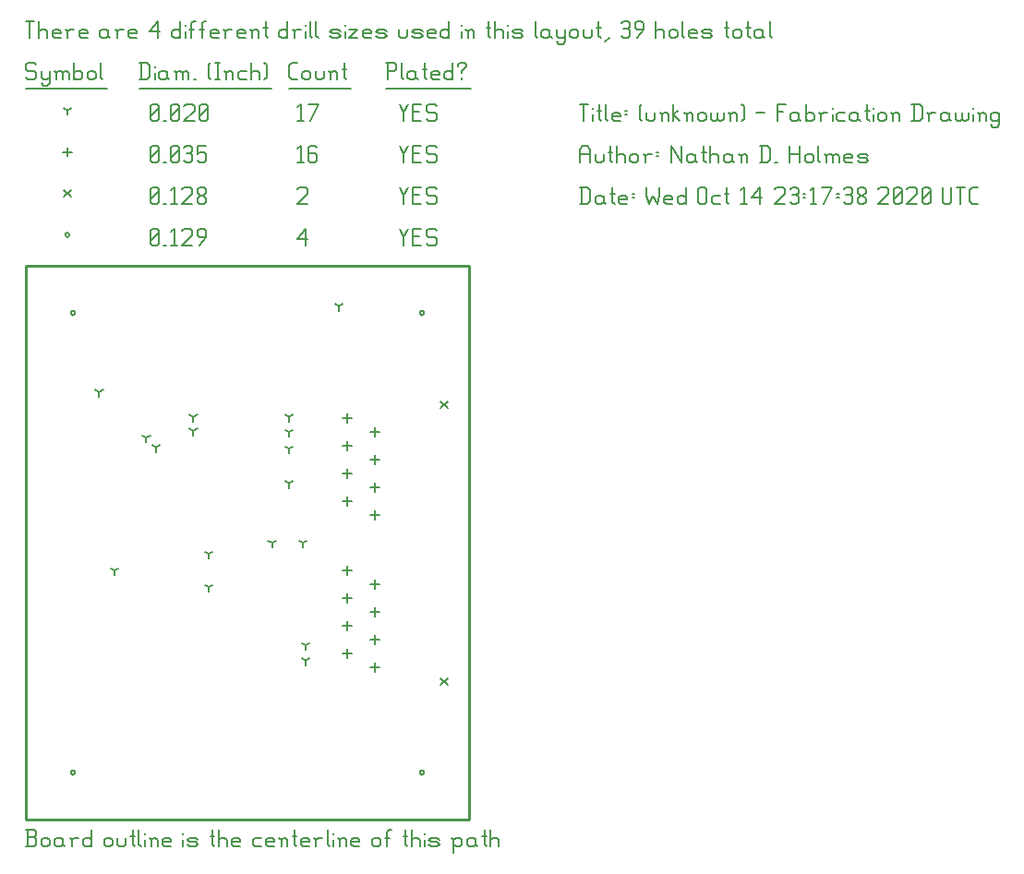
<source format=gbr>
G04 start of page 12 for group -3984 idx -3984 *
G04 Title: (unknown), fab *
G04 Creator: pcb 4.0.2 *
G04 CreationDate: Wed Oct 14 23:17:38 2020 UTC *
G04 For: ndholmes *
G04 Format: Gerber/RS-274X *
G04 PCB-Dimensions (mil): 1600.00 2000.00 *
G04 PCB-Coordinate-Origin: lower left *
%MOIN*%
%FSLAX25Y25*%
%LNFAB*%
%ADD55C,0.0100*%
%ADD54C,0.0075*%
%ADD53C,0.0060*%
%ADD52R,0.0080X0.0080*%
G54D52*X142200Y183000D02*G75*G03X143800Y183000I800J0D01*G01*
G75*G03X142200Y183000I-800J0D01*G01*
X16200D02*G75*G03X17800Y183000I800J0D01*G01*
G75*G03X16200Y183000I-800J0D01*G01*
X142200Y17000D02*G75*G03X143800Y17000I800J0D01*G01*
G75*G03X142200Y17000I-800J0D01*G01*
X16200D02*G75*G03X17800Y17000I800J0D01*G01*
G75*G03X16200Y17000I-800J0D01*G01*
X14200Y211250D02*G75*G03X15800Y211250I800J0D01*G01*
G75*G03X14200Y211250I-800J0D01*G01*
G54D53*X135000Y213500D02*X136500Y210500D01*
X138000Y213500D01*
X136500Y210500D02*Y207500D01*
X139800Y210800D02*X142050D01*
X139800Y207500D02*X142800D01*
X139800Y213500D02*Y207500D01*
Y213500D02*X142800D01*
X147600D02*X148350Y212750D01*
X145350Y213500D02*X147600D01*
X144600Y212750D02*X145350Y213500D01*
X144600Y212750D02*Y211250D01*
X145350Y210500D01*
X147600D01*
X148350Y209750D01*
Y208250D01*
X147600Y207500D02*X148350Y208250D01*
X145350Y207500D02*X147600D01*
X144600Y208250D02*X145350Y207500D01*
X98000Y209750D02*X101000Y213500D01*
X98000Y209750D02*X101750D01*
X101000Y213500D02*Y207500D01*
X45000Y208250D02*X45750Y207500D01*
X45000Y212750D02*Y208250D01*
Y212750D02*X45750Y213500D01*
X47250D01*
X48000Y212750D01*
Y208250D01*
X47250Y207500D02*X48000Y208250D01*
X45750Y207500D02*X47250D01*
X45000Y209000D02*X48000Y212000D01*
X49800Y207500D02*X50550D01*
X52350Y212300D02*X53550Y213500D01*
Y207500D01*
X52350D02*X54600D01*
X56400Y212750D02*X57150Y213500D01*
X59400D01*
X60150Y212750D01*
Y211250D01*
X56400Y207500D02*X60150Y211250D01*
X56400Y207500D02*X60150D01*
X62700D02*X64950Y210500D01*
Y212750D02*Y210500D01*
X64200Y213500D02*X64950Y212750D01*
X62700Y213500D02*X64200D01*
X61950Y212750D02*X62700Y213500D01*
X61950Y212750D02*Y211250D01*
X62700Y210500D01*
X64950D01*
X149800Y51200D02*X152200Y48800D01*
X149800D02*X152200Y51200D01*
X149800Y151200D02*X152200Y148800D01*
X149800D02*X152200Y151200D01*
X13800Y227450D02*X16200Y225050D01*
X13800D02*X16200Y227450D01*
X135000Y228500D02*X136500Y225500D01*
X138000Y228500D01*
X136500Y225500D02*Y222500D01*
X139800Y225800D02*X142050D01*
X139800Y222500D02*X142800D01*
X139800Y228500D02*Y222500D01*
Y228500D02*X142800D01*
X147600D02*X148350Y227750D01*
X145350Y228500D02*X147600D01*
X144600Y227750D02*X145350Y228500D01*
X144600Y227750D02*Y226250D01*
X145350Y225500D01*
X147600D01*
X148350Y224750D01*
Y223250D01*
X147600Y222500D02*X148350Y223250D01*
X145350Y222500D02*X147600D01*
X144600Y223250D02*X145350Y222500D01*
X98000Y227750D02*X98750Y228500D01*
X101000D01*
X101750Y227750D01*
Y226250D01*
X98000Y222500D02*X101750Y226250D01*
X98000Y222500D02*X101750D01*
X45000Y223250D02*X45750Y222500D01*
X45000Y227750D02*Y223250D01*
Y227750D02*X45750Y228500D01*
X47250D01*
X48000Y227750D01*
Y223250D01*
X47250Y222500D02*X48000Y223250D01*
X45750Y222500D02*X47250D01*
X45000Y224000D02*X48000Y227000D01*
X49800Y222500D02*X50550D01*
X52350Y227300D02*X53550Y228500D01*
Y222500D01*
X52350D02*X54600D01*
X56400Y227750D02*X57150Y228500D01*
X59400D01*
X60150Y227750D01*
Y226250D01*
X56400Y222500D02*X60150Y226250D01*
X56400Y222500D02*X60150D01*
X61950Y223250D02*X62700Y222500D01*
X61950Y224450D02*Y223250D01*
Y224450D02*X63000Y225500D01*
X63900D01*
X64950Y224450D01*
Y223250D01*
X64200Y222500D02*X64950Y223250D01*
X62700Y222500D02*X64200D01*
X61950Y226550D02*X63000Y225500D01*
X61950Y227750D02*Y226550D01*
Y227750D02*X62700Y228500D01*
X64200D01*
X64950Y227750D01*
Y226550D01*
X63900Y225500D02*X64950Y226550D01*
X126000Y56600D02*Y53400D01*
X124400Y55000D02*X127600D01*
X116000Y61600D02*Y58400D01*
X114400Y60000D02*X117600D01*
X126000Y66600D02*Y63400D01*
X124400Y65000D02*X127600D01*
X116000Y71600D02*Y68400D01*
X114400Y70000D02*X117600D01*
X126000Y76600D02*Y73400D01*
X124400Y75000D02*X127600D01*
X116000Y81600D02*Y78400D01*
X114400Y80000D02*X117600D01*
X126000Y86600D02*Y83400D01*
X124400Y85000D02*X127600D01*
X116000Y91600D02*Y88400D01*
X114400Y90000D02*X117600D01*
X126000Y111600D02*Y108400D01*
X124400Y110000D02*X127600D01*
X116000Y116600D02*Y113400D01*
X114400Y115000D02*X117600D01*
X126000Y121600D02*Y118400D01*
X124400Y120000D02*X127600D01*
X116000Y126600D02*Y123400D01*
X114400Y125000D02*X117600D01*
X126000Y131600D02*Y128400D01*
X124400Y130000D02*X127600D01*
X116000Y136600D02*Y133400D01*
X114400Y135000D02*X117600D01*
X126000Y141600D02*Y138400D01*
X124400Y140000D02*X127600D01*
X116000Y146600D02*Y143400D01*
X114400Y145000D02*X117600D01*
X15000Y242850D02*Y239650D01*
X13400Y241250D02*X16600D01*
X135000Y243500D02*X136500Y240500D01*
X138000Y243500D01*
X136500Y240500D02*Y237500D01*
X139800Y240800D02*X142050D01*
X139800Y237500D02*X142800D01*
X139800Y243500D02*Y237500D01*
Y243500D02*X142800D01*
X147600D02*X148350Y242750D01*
X145350Y243500D02*X147600D01*
X144600Y242750D02*X145350Y243500D01*
X144600Y242750D02*Y241250D01*
X145350Y240500D01*
X147600D01*
X148350Y239750D01*
Y238250D01*
X147600Y237500D02*X148350Y238250D01*
X145350Y237500D02*X147600D01*
X144600Y238250D02*X145350Y237500D01*
X98000Y242300D02*X99200Y243500D01*
Y237500D01*
X98000D02*X100250D01*
X104300Y243500D02*X105050Y242750D01*
X102800Y243500D02*X104300D01*
X102050Y242750D02*X102800Y243500D01*
X102050Y242750D02*Y238250D01*
X102800Y237500D01*
X104300Y240800D02*X105050Y240050D01*
X102050Y240800D02*X104300D01*
X102800Y237500D02*X104300D01*
X105050Y238250D01*
Y240050D02*Y238250D01*
X45000D02*X45750Y237500D01*
X45000Y242750D02*Y238250D01*
Y242750D02*X45750Y243500D01*
X47250D01*
X48000Y242750D01*
Y238250D01*
X47250Y237500D02*X48000Y238250D01*
X45750Y237500D02*X47250D01*
X45000Y239000D02*X48000Y242000D01*
X49800Y237500D02*X50550D01*
X52350Y238250D02*X53100Y237500D01*
X52350Y242750D02*Y238250D01*
Y242750D02*X53100Y243500D01*
X54600D01*
X55350Y242750D01*
Y238250D01*
X54600Y237500D02*X55350Y238250D01*
X53100Y237500D02*X54600D01*
X52350Y239000D02*X55350Y242000D01*
X57150Y242750D02*X57900Y243500D01*
X59400D01*
X60150Y242750D01*
X59400Y237500D02*X60150Y238250D01*
X57900Y237500D02*X59400D01*
X57150Y238250D02*X57900Y237500D01*
Y240800D02*X59400D01*
X60150Y242750D02*Y241550D01*
Y240050D02*Y238250D01*
Y240050D02*X59400Y240800D01*
X60150Y241550D02*X59400Y240800D01*
X61950Y243500D02*X64950D01*
X61950D02*Y240500D01*
X62700Y241250D01*
X64200D01*
X64950Y240500D01*
Y238250D01*
X64200Y237500D02*X64950Y238250D01*
X62700Y237500D02*X64200D01*
X61950Y238250D02*X62700Y237500D01*
X26500Y154500D02*Y152900D01*
Y154500D02*X27887Y155300D01*
X26500Y154500D02*X25113Y155300D01*
X66000Y96000D02*Y94400D01*
Y96000D02*X67387Y96800D01*
X66000Y96000D02*X64613Y96800D01*
X66000Y84000D02*Y82400D01*
Y84000D02*X67387Y84800D01*
X66000Y84000D02*X64613Y84800D01*
X95000Y121500D02*Y119900D01*
Y121500D02*X96387Y122300D01*
X95000Y121500D02*X93613Y122300D01*
X95000Y134000D02*Y132400D01*
Y134000D02*X96387Y134800D01*
X95000Y134000D02*X93613Y134800D01*
X100000Y100000D02*Y98400D01*
Y100000D02*X101387Y100800D01*
X100000Y100000D02*X98613Y100800D01*
X88900Y100000D02*Y98400D01*
Y100000D02*X90287Y100800D01*
X88900Y100000D02*X87513Y100800D01*
X95000Y145500D02*Y143900D01*
Y145500D02*X96387Y146300D01*
X95000Y145500D02*X93613Y146300D01*
X95000Y140000D02*Y138400D01*
Y140000D02*X96387Y140800D01*
X95000Y140000D02*X93613Y140800D01*
X60500Y140500D02*Y138900D01*
Y140500D02*X61887Y141300D01*
X60500Y140500D02*X59113Y141300D01*
X60500Y145500D02*Y143900D01*
Y145500D02*X61887Y146300D01*
X60500Y145500D02*X59113Y146300D01*
X32000Y90000D02*Y88400D01*
Y90000D02*X33387Y90800D01*
X32000Y90000D02*X30613Y90800D01*
X47000Y134500D02*Y132900D01*
Y134500D02*X48387Y135300D01*
X47000Y134500D02*X45613Y135300D01*
X43500Y138000D02*Y136400D01*
Y138000D02*X44887Y138800D01*
X43500Y138000D02*X42113Y138800D01*
X113000Y185500D02*Y183900D01*
Y185500D02*X114387Y186300D01*
X113000Y185500D02*X111613Y186300D01*
X101000Y63000D02*Y61400D01*
Y63000D02*X102387Y63800D01*
X101000Y63000D02*X99613Y63800D01*
X101000Y57500D02*Y55900D01*
Y57500D02*X102387Y58300D01*
X101000Y57500D02*X99613Y58300D01*
X15000Y256250D02*Y254650D01*
Y256250D02*X16387Y257050D01*
X15000Y256250D02*X13613Y257050D01*
X135000Y258500D02*X136500Y255500D01*
X138000Y258500D01*
X136500Y255500D02*Y252500D01*
X139800Y255800D02*X142050D01*
X139800Y252500D02*X142800D01*
X139800Y258500D02*Y252500D01*
Y258500D02*X142800D01*
X147600D02*X148350Y257750D01*
X145350Y258500D02*X147600D01*
X144600Y257750D02*X145350Y258500D01*
X144600Y257750D02*Y256250D01*
X145350Y255500D01*
X147600D01*
X148350Y254750D01*
Y253250D01*
X147600Y252500D02*X148350Y253250D01*
X145350Y252500D02*X147600D01*
X144600Y253250D02*X145350Y252500D01*
X98000Y257300D02*X99200Y258500D01*
Y252500D01*
X98000D02*X100250D01*
X102800D02*X105800Y258500D01*
X102050D02*X105800D01*
X45000Y253250D02*X45750Y252500D01*
X45000Y257750D02*Y253250D01*
Y257750D02*X45750Y258500D01*
X47250D01*
X48000Y257750D01*
Y253250D01*
X47250Y252500D02*X48000Y253250D01*
X45750Y252500D02*X47250D01*
X45000Y254000D02*X48000Y257000D01*
X49800Y252500D02*X50550D01*
X52350Y253250D02*X53100Y252500D01*
X52350Y257750D02*Y253250D01*
Y257750D02*X53100Y258500D01*
X54600D01*
X55350Y257750D01*
Y253250D01*
X54600Y252500D02*X55350Y253250D01*
X53100Y252500D02*X54600D01*
X52350Y254000D02*X55350Y257000D01*
X57150Y257750D02*X57900Y258500D01*
X60150D01*
X60900Y257750D01*
Y256250D01*
X57150Y252500D02*X60900Y256250D01*
X57150Y252500D02*X60900D01*
X62700Y253250D02*X63450Y252500D01*
X62700Y257750D02*Y253250D01*
Y257750D02*X63450Y258500D01*
X64950D01*
X65700Y257750D01*
Y253250D01*
X64950Y252500D02*X65700Y253250D01*
X63450Y252500D02*X64950D01*
X62700Y254000D02*X65700Y257000D01*
X3000Y273500D02*X3750Y272750D01*
X750Y273500D02*X3000D01*
X0Y272750D02*X750Y273500D01*
X0Y272750D02*Y271250D01*
X750Y270500D01*
X3000D01*
X3750Y269750D01*
Y268250D01*
X3000Y267500D02*X3750Y268250D01*
X750Y267500D02*X3000D01*
X0Y268250D02*X750Y267500D01*
X5550Y270500D02*Y268250D01*
X6300Y267500D01*
X8550Y270500D02*Y266000D01*
X7800Y265250D02*X8550Y266000D01*
X6300Y265250D02*X7800D01*
X5550Y266000D02*X6300Y265250D01*
Y267500D02*X7800D01*
X8550Y268250D01*
X11100Y269750D02*Y267500D01*
Y269750D02*X11850Y270500D01*
X12600D01*
X13350Y269750D01*
Y267500D01*
Y269750D02*X14100Y270500D01*
X14850D01*
X15600Y269750D01*
Y267500D01*
X10350Y270500D02*X11100Y269750D01*
X17400Y273500D02*Y267500D01*
Y268250D02*X18150Y267500D01*
X19650D01*
X20400Y268250D01*
Y269750D02*Y268250D01*
X19650Y270500D02*X20400Y269750D01*
X18150Y270500D02*X19650D01*
X17400Y269750D02*X18150Y270500D01*
X22200Y269750D02*Y268250D01*
Y269750D02*X22950Y270500D01*
X24450D01*
X25200Y269750D01*
Y268250D01*
X24450Y267500D02*X25200Y268250D01*
X22950Y267500D02*X24450D01*
X22200Y268250D02*X22950Y267500D01*
X27000Y273500D02*Y268250D01*
X27750Y267500D01*
X0Y264250D02*X29250D01*
X41750Y273500D02*Y267500D01*
X43700Y273500D02*X44750Y272450D01*
Y268550D01*
X43700Y267500D02*X44750Y268550D01*
X41000Y267500D02*X43700D01*
X41000Y273500D02*X43700D01*
G54D54*X46550Y272000D02*Y271850D01*
G54D53*Y269750D02*Y267500D01*
X50300Y270500D02*X51050Y269750D01*
X48800Y270500D02*X50300D01*
X48050Y269750D02*X48800Y270500D01*
X48050Y269750D02*Y268250D01*
X48800Y267500D01*
X51050Y270500D02*Y268250D01*
X51800Y267500D01*
X48800D02*X50300D01*
X51050Y268250D01*
X54350Y269750D02*Y267500D01*
Y269750D02*X55100Y270500D01*
X55850D01*
X56600Y269750D01*
Y267500D01*
Y269750D02*X57350Y270500D01*
X58100D01*
X58850Y269750D01*
Y267500D01*
X53600Y270500D02*X54350Y269750D01*
X60650Y267500D02*X61400D01*
X65900Y268250D02*X66650Y267500D01*
X65900Y272750D02*X66650Y273500D01*
X65900Y272750D02*Y268250D01*
X68450Y273500D02*X69950D01*
X69200D02*Y267500D01*
X68450D02*X69950D01*
X72500Y269750D02*Y267500D01*
Y269750D02*X73250Y270500D01*
X74000D01*
X74750Y269750D01*
Y267500D01*
X71750Y270500D02*X72500Y269750D01*
X77300Y270500D02*X79550D01*
X76550Y269750D02*X77300Y270500D01*
X76550Y269750D02*Y268250D01*
X77300Y267500D01*
X79550D01*
X81350Y273500D02*Y267500D01*
Y269750D02*X82100Y270500D01*
X83600D01*
X84350Y269750D01*
Y267500D01*
X86150Y273500D02*X86900Y272750D01*
Y268250D01*
X86150Y267500D02*X86900Y268250D01*
X41000Y264250D02*X88700D01*
X96050Y267500D02*X98000D01*
X95000Y268550D02*X96050Y267500D01*
X95000Y272450D02*Y268550D01*
Y272450D02*X96050Y273500D01*
X98000D01*
X99800Y269750D02*Y268250D01*
Y269750D02*X100550Y270500D01*
X102050D01*
X102800Y269750D01*
Y268250D01*
X102050Y267500D02*X102800Y268250D01*
X100550Y267500D02*X102050D01*
X99800Y268250D02*X100550Y267500D01*
X104600Y270500D02*Y268250D01*
X105350Y267500D01*
X106850D01*
X107600Y268250D01*
Y270500D02*Y268250D01*
X110150Y269750D02*Y267500D01*
Y269750D02*X110900Y270500D01*
X111650D01*
X112400Y269750D01*
Y267500D01*
X109400Y270500D02*X110150Y269750D01*
X114950Y273500D02*Y268250D01*
X115700Y267500D01*
X114200Y271250D02*X115700D01*
X95000Y264250D02*X117200D01*
X130750Y273500D02*Y267500D01*
X130000Y273500D02*X133000D01*
X133750Y272750D01*
Y271250D01*
X133000Y270500D02*X133750Y271250D01*
X130750Y270500D02*X133000D01*
X135550Y273500D02*Y268250D01*
X136300Y267500D01*
X140050Y270500D02*X140800Y269750D01*
X138550Y270500D02*X140050D01*
X137800Y269750D02*X138550Y270500D01*
X137800Y269750D02*Y268250D01*
X138550Y267500D01*
X140800Y270500D02*Y268250D01*
X141550Y267500D01*
X138550D02*X140050D01*
X140800Y268250D01*
X144100Y273500D02*Y268250D01*
X144850Y267500D01*
X143350Y271250D02*X144850D01*
X147100Y267500D02*X149350D01*
X146350Y268250D02*X147100Y267500D01*
X146350Y269750D02*Y268250D01*
Y269750D02*X147100Y270500D01*
X148600D01*
X149350Y269750D01*
X146350Y269000D02*X149350D01*
Y269750D02*Y269000D01*
X154150Y273500D02*Y267500D01*
X153400D02*X154150Y268250D01*
X151900Y267500D02*X153400D01*
X151150Y268250D02*X151900Y267500D01*
X151150Y269750D02*Y268250D01*
Y269750D02*X151900Y270500D01*
X153400D01*
X154150Y269750D01*
X157450Y270500D02*Y269750D01*
Y268250D02*Y267500D01*
X155950Y272750D02*Y272000D01*
Y272750D02*X156700Y273500D01*
X158200D01*
X158950Y272750D01*
Y272000D01*
X157450Y270500D02*X158950Y272000D01*
X130000Y264250D02*X160750D01*
X0Y288500D02*X3000D01*
X1500D02*Y282500D01*
X4800Y288500D02*Y282500D01*
Y284750D02*X5550Y285500D01*
X7050D01*
X7800Y284750D01*
Y282500D01*
X10350D02*X12600D01*
X9600Y283250D02*X10350Y282500D01*
X9600Y284750D02*Y283250D01*
Y284750D02*X10350Y285500D01*
X11850D01*
X12600Y284750D01*
X9600Y284000D02*X12600D01*
Y284750D02*Y284000D01*
X15150Y284750D02*Y282500D01*
Y284750D02*X15900Y285500D01*
X17400D01*
X14400D02*X15150Y284750D01*
X19950Y282500D02*X22200D01*
X19200Y283250D02*X19950Y282500D01*
X19200Y284750D02*Y283250D01*
Y284750D02*X19950Y285500D01*
X21450D01*
X22200Y284750D01*
X19200Y284000D02*X22200D01*
Y284750D02*Y284000D01*
X28950Y285500D02*X29700Y284750D01*
X27450Y285500D02*X28950D01*
X26700Y284750D02*X27450Y285500D01*
X26700Y284750D02*Y283250D01*
X27450Y282500D01*
X29700Y285500D02*Y283250D01*
X30450Y282500D01*
X27450D02*X28950D01*
X29700Y283250D01*
X33000Y284750D02*Y282500D01*
Y284750D02*X33750Y285500D01*
X35250D01*
X32250D02*X33000Y284750D01*
X37800Y282500D02*X40050D01*
X37050Y283250D02*X37800Y282500D01*
X37050Y284750D02*Y283250D01*
Y284750D02*X37800Y285500D01*
X39300D01*
X40050Y284750D01*
X37050Y284000D02*X40050D01*
Y284750D02*Y284000D01*
X44550Y284750D02*X47550Y288500D01*
X44550Y284750D02*X48300D01*
X47550Y288500D02*Y282500D01*
X55800Y288500D02*Y282500D01*
X55050D02*X55800Y283250D01*
X53550Y282500D02*X55050D01*
X52800Y283250D02*X53550Y282500D01*
X52800Y284750D02*Y283250D01*
Y284750D02*X53550Y285500D01*
X55050D01*
X55800Y284750D01*
G54D54*X57600Y287000D02*Y286850D01*
G54D53*Y284750D02*Y282500D01*
X59850Y287750D02*Y282500D01*
Y287750D02*X60600Y288500D01*
X61350D01*
X59100Y285500D02*X60600D01*
X63600Y287750D02*Y282500D01*
Y287750D02*X64350Y288500D01*
X65100D01*
X62850Y285500D02*X64350D01*
X67350Y282500D02*X69600D01*
X66600Y283250D02*X67350Y282500D01*
X66600Y284750D02*Y283250D01*
Y284750D02*X67350Y285500D01*
X68850D01*
X69600Y284750D01*
X66600Y284000D02*X69600D01*
Y284750D02*Y284000D01*
X72150Y284750D02*Y282500D01*
Y284750D02*X72900Y285500D01*
X74400D01*
X71400D02*X72150Y284750D01*
X76950Y282500D02*X79200D01*
X76200Y283250D02*X76950Y282500D01*
X76200Y284750D02*Y283250D01*
Y284750D02*X76950Y285500D01*
X78450D01*
X79200Y284750D01*
X76200Y284000D02*X79200D01*
Y284750D02*Y284000D01*
X81750Y284750D02*Y282500D01*
Y284750D02*X82500Y285500D01*
X83250D01*
X84000Y284750D01*
Y282500D01*
X81000Y285500D02*X81750Y284750D01*
X86550Y288500D02*Y283250D01*
X87300Y282500D01*
X85800Y286250D02*X87300D01*
X94500Y288500D02*Y282500D01*
X93750D02*X94500Y283250D01*
X92250Y282500D02*X93750D01*
X91500Y283250D02*X92250Y282500D01*
X91500Y284750D02*Y283250D01*
Y284750D02*X92250Y285500D01*
X93750D01*
X94500Y284750D01*
X97050D02*Y282500D01*
Y284750D02*X97800Y285500D01*
X99300D01*
X96300D02*X97050Y284750D01*
G54D54*X101100Y287000D02*Y286850D01*
G54D53*Y284750D02*Y282500D01*
X102600Y288500D02*Y283250D01*
X103350Y282500D01*
X104850Y288500D02*Y283250D01*
X105600Y282500D01*
X110550D02*X112800D01*
X113550Y283250D01*
X112800Y284000D02*X113550Y283250D01*
X110550Y284000D02*X112800D01*
X109800Y284750D02*X110550Y284000D01*
X109800Y284750D02*X110550Y285500D01*
X112800D01*
X113550Y284750D01*
X109800Y283250D02*X110550Y282500D01*
G54D54*X115350Y287000D02*Y286850D01*
G54D53*Y284750D02*Y282500D01*
X116850Y285500D02*X119850D01*
X116850Y282500D02*X119850Y285500D01*
X116850Y282500D02*X119850D01*
X122400D02*X124650D01*
X121650Y283250D02*X122400Y282500D01*
X121650Y284750D02*Y283250D01*
Y284750D02*X122400Y285500D01*
X123900D01*
X124650Y284750D01*
X121650Y284000D02*X124650D01*
Y284750D02*Y284000D01*
X127200Y282500D02*X129450D01*
X130200Y283250D01*
X129450Y284000D02*X130200Y283250D01*
X127200Y284000D02*X129450D01*
X126450Y284750D02*X127200Y284000D01*
X126450Y284750D02*X127200Y285500D01*
X129450D01*
X130200Y284750D01*
X126450Y283250D02*X127200Y282500D01*
X134700Y285500D02*Y283250D01*
X135450Y282500D01*
X136950D01*
X137700Y283250D01*
Y285500D02*Y283250D01*
X140250Y282500D02*X142500D01*
X143250Y283250D01*
X142500Y284000D02*X143250Y283250D01*
X140250Y284000D02*X142500D01*
X139500Y284750D02*X140250Y284000D01*
X139500Y284750D02*X140250Y285500D01*
X142500D01*
X143250Y284750D01*
X139500Y283250D02*X140250Y282500D01*
X145800D02*X148050D01*
X145050Y283250D02*X145800Y282500D01*
X145050Y284750D02*Y283250D01*
Y284750D02*X145800Y285500D01*
X147300D01*
X148050Y284750D01*
X145050Y284000D02*X148050D01*
Y284750D02*Y284000D01*
X152850Y288500D02*Y282500D01*
X152100D02*X152850Y283250D01*
X150600Y282500D02*X152100D01*
X149850Y283250D02*X150600Y282500D01*
X149850Y284750D02*Y283250D01*
Y284750D02*X150600Y285500D01*
X152100D01*
X152850Y284750D01*
G54D54*X157350Y287000D02*Y286850D01*
G54D53*Y284750D02*Y282500D01*
X159600Y284750D02*Y282500D01*
Y284750D02*X160350Y285500D01*
X161100D01*
X161850Y284750D01*
Y282500D01*
X158850Y285500D02*X159600Y284750D01*
X167100Y288500D02*Y283250D01*
X167850Y282500D01*
X166350Y286250D02*X167850D01*
X169350Y288500D02*Y282500D01*
Y284750D02*X170100Y285500D01*
X171600D01*
X172350Y284750D01*
Y282500D01*
G54D54*X174150Y287000D02*Y286850D01*
G54D53*Y284750D02*Y282500D01*
X176400D02*X178650D01*
X179400Y283250D01*
X178650Y284000D02*X179400Y283250D01*
X176400Y284000D02*X178650D01*
X175650Y284750D02*X176400Y284000D01*
X175650Y284750D02*X176400Y285500D01*
X178650D01*
X179400Y284750D01*
X175650Y283250D02*X176400Y282500D01*
X183900Y288500D02*Y283250D01*
X184650Y282500D01*
X188400Y285500D02*X189150Y284750D01*
X186900Y285500D02*X188400D01*
X186150Y284750D02*X186900Y285500D01*
X186150Y284750D02*Y283250D01*
X186900Y282500D01*
X189150Y285500D02*Y283250D01*
X189900Y282500D01*
X186900D02*X188400D01*
X189150Y283250D01*
X191700Y285500D02*Y283250D01*
X192450Y282500D01*
X194700Y285500D02*Y281000D01*
X193950Y280250D02*X194700Y281000D01*
X192450Y280250D02*X193950D01*
X191700Y281000D02*X192450Y280250D01*
Y282500D02*X193950D01*
X194700Y283250D01*
X196500Y284750D02*Y283250D01*
Y284750D02*X197250Y285500D01*
X198750D01*
X199500Y284750D01*
Y283250D01*
X198750Y282500D02*X199500Y283250D01*
X197250Y282500D02*X198750D01*
X196500Y283250D02*X197250Y282500D01*
X201300Y285500D02*Y283250D01*
X202050Y282500D01*
X203550D01*
X204300Y283250D01*
Y285500D02*Y283250D01*
X206850Y288500D02*Y283250D01*
X207600Y282500D01*
X206100Y286250D02*X207600D01*
X209100Y281000D02*X210600Y282500D01*
X215100Y287750D02*X215850Y288500D01*
X217350D01*
X218100Y287750D01*
X217350Y282500D02*X218100Y283250D01*
X215850Y282500D02*X217350D01*
X215100Y283250D02*X215850Y282500D01*
Y285800D02*X217350D01*
X218100Y287750D02*Y286550D01*
Y285050D02*Y283250D01*
Y285050D02*X217350Y285800D01*
X218100Y286550D02*X217350Y285800D01*
X220650Y282500D02*X222900Y285500D01*
Y287750D02*Y285500D01*
X222150Y288500D02*X222900Y287750D01*
X220650Y288500D02*X222150D01*
X219900Y287750D02*X220650Y288500D01*
X219900Y287750D02*Y286250D01*
X220650Y285500D01*
X222900D01*
X227400Y288500D02*Y282500D01*
Y284750D02*X228150Y285500D01*
X229650D01*
X230400Y284750D01*
Y282500D01*
X232200Y284750D02*Y283250D01*
Y284750D02*X232950Y285500D01*
X234450D01*
X235200Y284750D01*
Y283250D01*
X234450Y282500D02*X235200Y283250D01*
X232950Y282500D02*X234450D01*
X232200Y283250D02*X232950Y282500D01*
X237000Y288500D02*Y283250D01*
X237750Y282500D01*
X240000D02*X242250D01*
X239250Y283250D02*X240000Y282500D01*
X239250Y284750D02*Y283250D01*
Y284750D02*X240000Y285500D01*
X241500D01*
X242250Y284750D01*
X239250Y284000D02*X242250D01*
Y284750D02*Y284000D01*
X244800Y282500D02*X247050D01*
X247800Y283250D01*
X247050Y284000D02*X247800Y283250D01*
X244800Y284000D02*X247050D01*
X244050Y284750D02*X244800Y284000D01*
X244050Y284750D02*X244800Y285500D01*
X247050D01*
X247800Y284750D01*
X244050Y283250D02*X244800Y282500D01*
X253050Y288500D02*Y283250D01*
X253800Y282500D01*
X252300Y286250D02*X253800D01*
X255300Y284750D02*Y283250D01*
Y284750D02*X256050Y285500D01*
X257550D01*
X258300Y284750D01*
Y283250D01*
X257550Y282500D02*X258300Y283250D01*
X256050Y282500D02*X257550D01*
X255300Y283250D02*X256050Y282500D01*
X260850Y288500D02*Y283250D01*
X261600Y282500D01*
X260100Y286250D02*X261600D01*
X265350Y285500D02*X266100Y284750D01*
X263850Y285500D02*X265350D01*
X263100Y284750D02*X263850Y285500D01*
X263100Y284750D02*Y283250D01*
X263850Y282500D01*
X266100Y285500D02*Y283250D01*
X266850Y282500D01*
X263850D02*X265350D01*
X266100Y283250D01*
X268650Y288500D02*Y283250D01*
X269400Y282500D01*
G54D55*X0Y200000D02*X160000D01*
Y0D01*
X0D01*
Y200000D01*
G54D53*Y-9500D02*X3000D01*
X3750Y-8750D01*
Y-6950D02*Y-8750D01*
X3000Y-6200D02*X3750Y-6950D01*
X750Y-6200D02*X3000D01*
X750Y-3500D02*Y-9500D01*
X0Y-3500D02*X3000D01*
X3750Y-4250D01*
Y-5450D01*
X3000Y-6200D02*X3750Y-5450D01*
X5550Y-7250D02*Y-8750D01*
Y-7250D02*X6300Y-6500D01*
X7800D01*
X8550Y-7250D01*
Y-8750D01*
X7800Y-9500D02*X8550Y-8750D01*
X6300Y-9500D02*X7800D01*
X5550Y-8750D02*X6300Y-9500D01*
X12600Y-6500D02*X13350Y-7250D01*
X11100Y-6500D02*X12600D01*
X10350Y-7250D02*X11100Y-6500D01*
X10350Y-7250D02*Y-8750D01*
X11100Y-9500D01*
X13350Y-6500D02*Y-8750D01*
X14100Y-9500D01*
X11100D02*X12600D01*
X13350Y-8750D01*
X16650Y-7250D02*Y-9500D01*
Y-7250D02*X17400Y-6500D01*
X18900D01*
X15900D02*X16650Y-7250D01*
X23700Y-3500D02*Y-9500D01*
X22950D02*X23700Y-8750D01*
X21450Y-9500D02*X22950D01*
X20700Y-8750D02*X21450Y-9500D01*
X20700Y-7250D02*Y-8750D01*
Y-7250D02*X21450Y-6500D01*
X22950D01*
X23700Y-7250D01*
X28200D02*Y-8750D01*
Y-7250D02*X28950Y-6500D01*
X30450D01*
X31200Y-7250D01*
Y-8750D01*
X30450Y-9500D02*X31200Y-8750D01*
X28950Y-9500D02*X30450D01*
X28200Y-8750D02*X28950Y-9500D01*
X33000Y-6500D02*Y-8750D01*
X33750Y-9500D01*
X35250D01*
X36000Y-8750D01*
Y-6500D02*Y-8750D01*
X38550Y-3500D02*Y-8750D01*
X39300Y-9500D01*
X37800Y-5750D02*X39300D01*
X40800Y-3500D02*Y-8750D01*
X41550Y-9500D01*
G54D54*X43050Y-5000D02*Y-5150D01*
G54D53*Y-7250D02*Y-9500D01*
X45300Y-7250D02*Y-9500D01*
Y-7250D02*X46050Y-6500D01*
X46800D01*
X47550Y-7250D01*
Y-9500D01*
X44550Y-6500D02*X45300Y-7250D01*
X50100Y-9500D02*X52350D01*
X49350Y-8750D02*X50100Y-9500D01*
X49350Y-7250D02*Y-8750D01*
Y-7250D02*X50100Y-6500D01*
X51600D01*
X52350Y-7250D01*
X49350Y-8000D02*X52350D01*
Y-7250D02*Y-8000D01*
G54D54*X56850Y-5000D02*Y-5150D01*
G54D53*Y-7250D02*Y-9500D01*
X59100D02*X61350D01*
X62100Y-8750D01*
X61350Y-8000D02*X62100Y-8750D01*
X59100Y-8000D02*X61350D01*
X58350Y-7250D02*X59100Y-8000D01*
X58350Y-7250D02*X59100Y-6500D01*
X61350D01*
X62100Y-7250D01*
X58350Y-8750D02*X59100Y-9500D01*
X67350Y-3500D02*Y-8750D01*
X68100Y-9500D01*
X66600Y-5750D02*X68100D01*
X69600Y-3500D02*Y-9500D01*
Y-7250D02*X70350Y-6500D01*
X71850D01*
X72600Y-7250D01*
Y-9500D01*
X75150D02*X77400D01*
X74400Y-8750D02*X75150Y-9500D01*
X74400Y-7250D02*Y-8750D01*
Y-7250D02*X75150Y-6500D01*
X76650D01*
X77400Y-7250D01*
X74400Y-8000D02*X77400D01*
Y-7250D02*Y-8000D01*
X82650Y-6500D02*X84900D01*
X81900Y-7250D02*X82650Y-6500D01*
X81900Y-7250D02*Y-8750D01*
X82650Y-9500D01*
X84900D01*
X87450D02*X89700D01*
X86700Y-8750D02*X87450Y-9500D01*
X86700Y-7250D02*Y-8750D01*
Y-7250D02*X87450Y-6500D01*
X88950D01*
X89700Y-7250D01*
X86700Y-8000D02*X89700D01*
Y-7250D02*Y-8000D01*
X92250Y-7250D02*Y-9500D01*
Y-7250D02*X93000Y-6500D01*
X93750D01*
X94500Y-7250D01*
Y-9500D01*
X91500Y-6500D02*X92250Y-7250D01*
X97050Y-3500D02*Y-8750D01*
X97800Y-9500D01*
X96300Y-5750D02*X97800D01*
X100050Y-9500D02*X102300D01*
X99300Y-8750D02*X100050Y-9500D01*
X99300Y-7250D02*Y-8750D01*
Y-7250D02*X100050Y-6500D01*
X101550D01*
X102300Y-7250D01*
X99300Y-8000D02*X102300D01*
Y-7250D02*Y-8000D01*
X104850Y-7250D02*Y-9500D01*
Y-7250D02*X105600Y-6500D01*
X107100D01*
X104100D02*X104850Y-7250D01*
X108900Y-3500D02*Y-8750D01*
X109650Y-9500D01*
G54D54*X111150Y-5000D02*Y-5150D01*
G54D53*Y-7250D02*Y-9500D01*
X113400Y-7250D02*Y-9500D01*
Y-7250D02*X114150Y-6500D01*
X114900D01*
X115650Y-7250D01*
Y-9500D01*
X112650Y-6500D02*X113400Y-7250D01*
X118200Y-9500D02*X120450D01*
X117450Y-8750D02*X118200Y-9500D01*
X117450Y-7250D02*Y-8750D01*
Y-7250D02*X118200Y-6500D01*
X119700D01*
X120450Y-7250D01*
X117450Y-8000D02*X120450D01*
Y-7250D02*Y-8000D01*
X124950Y-7250D02*Y-8750D01*
Y-7250D02*X125700Y-6500D01*
X127200D01*
X127950Y-7250D01*
Y-8750D01*
X127200Y-9500D02*X127950Y-8750D01*
X125700Y-9500D02*X127200D01*
X124950Y-8750D02*X125700Y-9500D01*
X130500Y-4250D02*Y-9500D01*
Y-4250D02*X131250Y-3500D01*
X132000D01*
X129750Y-6500D02*X131250D01*
X136950Y-3500D02*Y-8750D01*
X137700Y-9500D01*
X136200Y-5750D02*X137700D01*
X139200Y-3500D02*Y-9500D01*
Y-7250D02*X139950Y-6500D01*
X141450D01*
X142200Y-7250D01*
Y-9500D01*
G54D54*X144000Y-5000D02*Y-5150D01*
G54D53*Y-7250D02*Y-9500D01*
X146250D02*X148500D01*
X149250Y-8750D01*
X148500Y-8000D02*X149250Y-8750D01*
X146250Y-8000D02*X148500D01*
X145500Y-7250D02*X146250Y-8000D01*
X145500Y-7250D02*X146250Y-6500D01*
X148500D01*
X149250Y-7250D01*
X145500Y-8750D02*X146250Y-9500D01*
X154500Y-7250D02*Y-11750D01*
X153750Y-6500D02*X154500Y-7250D01*
X155250Y-6500D01*
X156750D01*
X157500Y-7250D01*
Y-8750D01*
X156750Y-9500D02*X157500Y-8750D01*
X155250Y-9500D02*X156750D01*
X154500Y-8750D02*X155250Y-9500D01*
X161550Y-6500D02*X162300Y-7250D01*
X160050Y-6500D02*X161550D01*
X159300Y-7250D02*X160050Y-6500D01*
X159300Y-7250D02*Y-8750D01*
X160050Y-9500D01*
X162300Y-6500D02*Y-8750D01*
X163050Y-9500D01*
X160050D02*X161550D01*
X162300Y-8750D01*
X165600Y-3500D02*Y-8750D01*
X166350Y-9500D01*
X164850Y-5750D02*X166350D01*
X167850Y-3500D02*Y-9500D01*
Y-7250D02*X168600Y-6500D01*
X170100D01*
X170850Y-7250D01*
Y-9500D01*
X200750Y228500D02*Y222500D01*
X202700Y228500D02*X203750Y227450D01*
Y223550D01*
X202700Y222500D02*X203750Y223550D01*
X200000Y222500D02*X202700D01*
X200000Y228500D02*X202700D01*
X207800Y225500D02*X208550Y224750D01*
X206300Y225500D02*X207800D01*
X205550Y224750D02*X206300Y225500D01*
X205550Y224750D02*Y223250D01*
X206300Y222500D01*
X208550Y225500D02*Y223250D01*
X209300Y222500D01*
X206300D02*X207800D01*
X208550Y223250D01*
X211850Y228500D02*Y223250D01*
X212600Y222500D01*
X211100Y226250D02*X212600D01*
X214850Y222500D02*X217100D01*
X214100Y223250D02*X214850Y222500D01*
X214100Y224750D02*Y223250D01*
Y224750D02*X214850Y225500D01*
X216350D01*
X217100Y224750D01*
X214100Y224000D02*X217100D01*
Y224750D02*Y224000D01*
X218900Y226250D02*X219650D01*
X218900Y224750D02*X219650D01*
X224150Y228500D02*Y225500D01*
X224900Y222500D01*
X226400Y225500D01*
X227900Y222500D01*
X228650Y225500D01*
Y228500D02*Y225500D01*
X231200Y222500D02*X233450D01*
X230450Y223250D02*X231200Y222500D01*
X230450Y224750D02*Y223250D01*
Y224750D02*X231200Y225500D01*
X232700D01*
X233450Y224750D01*
X230450Y224000D02*X233450D01*
Y224750D02*Y224000D01*
X238250Y228500D02*Y222500D01*
X237500D02*X238250Y223250D01*
X236000Y222500D02*X237500D01*
X235250Y223250D02*X236000Y222500D01*
X235250Y224750D02*Y223250D01*
Y224750D02*X236000Y225500D01*
X237500D01*
X238250Y224750D01*
X242750Y227750D02*Y223250D01*
Y227750D02*X243500Y228500D01*
X245000D01*
X245750Y227750D01*
Y223250D01*
X245000Y222500D02*X245750Y223250D01*
X243500Y222500D02*X245000D01*
X242750Y223250D02*X243500Y222500D01*
X248300Y225500D02*X250550D01*
X247550Y224750D02*X248300Y225500D01*
X247550Y224750D02*Y223250D01*
X248300Y222500D01*
X250550D01*
X253100Y228500D02*Y223250D01*
X253850Y222500D01*
X252350Y226250D02*X253850D01*
X258050Y227300D02*X259250Y228500D01*
Y222500D01*
X258050D02*X260300D01*
X262100Y224750D02*X265100Y228500D01*
X262100Y224750D02*X265850D01*
X265100Y228500D02*Y222500D01*
X270350Y227750D02*X271100Y228500D01*
X273350D01*
X274100Y227750D01*
Y226250D01*
X270350Y222500D02*X274100Y226250D01*
X270350Y222500D02*X274100D01*
X275900Y227750D02*X276650Y228500D01*
X278150D01*
X278900Y227750D01*
X278150Y222500D02*X278900Y223250D01*
X276650Y222500D02*X278150D01*
X275900Y223250D02*X276650Y222500D01*
Y225800D02*X278150D01*
X278900Y227750D02*Y226550D01*
Y225050D02*Y223250D01*
Y225050D02*X278150Y225800D01*
X278900Y226550D02*X278150Y225800D01*
X280700Y226250D02*X281450D01*
X280700Y224750D02*X281450D01*
X283250Y227300D02*X284450Y228500D01*
Y222500D01*
X283250D02*X285500D01*
X288050D02*X291050Y228500D01*
X287300D02*X291050D01*
X292850Y226250D02*X293600D01*
X292850Y224750D02*X293600D01*
X295400Y227750D02*X296150Y228500D01*
X297650D01*
X298400Y227750D01*
X297650Y222500D02*X298400Y223250D01*
X296150Y222500D02*X297650D01*
X295400Y223250D02*X296150Y222500D01*
Y225800D02*X297650D01*
X298400Y227750D02*Y226550D01*
Y225050D02*Y223250D01*
Y225050D02*X297650Y225800D01*
X298400Y226550D02*X297650Y225800D01*
X300200Y223250D02*X300950Y222500D01*
X300200Y224450D02*Y223250D01*
Y224450D02*X301250Y225500D01*
X302150D01*
X303200Y224450D01*
Y223250D01*
X302450Y222500D02*X303200Y223250D01*
X300950Y222500D02*X302450D01*
X300200Y226550D02*X301250Y225500D01*
X300200Y227750D02*Y226550D01*
Y227750D02*X300950Y228500D01*
X302450D01*
X303200Y227750D01*
Y226550D01*
X302150Y225500D02*X303200Y226550D01*
X307700Y227750D02*X308450Y228500D01*
X310700D01*
X311450Y227750D01*
Y226250D01*
X307700Y222500D02*X311450Y226250D01*
X307700Y222500D02*X311450D01*
X313250Y223250D02*X314000Y222500D01*
X313250Y227750D02*Y223250D01*
Y227750D02*X314000Y228500D01*
X315500D01*
X316250Y227750D01*
Y223250D01*
X315500Y222500D02*X316250Y223250D01*
X314000Y222500D02*X315500D01*
X313250Y224000D02*X316250Y227000D01*
X318050Y227750D02*X318800Y228500D01*
X321050D01*
X321800Y227750D01*
Y226250D01*
X318050Y222500D02*X321800Y226250D01*
X318050Y222500D02*X321800D01*
X323600Y223250D02*X324350Y222500D01*
X323600Y227750D02*Y223250D01*
Y227750D02*X324350Y228500D01*
X325850D01*
X326600Y227750D01*
Y223250D01*
X325850Y222500D02*X326600Y223250D01*
X324350Y222500D02*X325850D01*
X323600Y224000D02*X326600Y227000D01*
X331100Y228500D02*Y223250D01*
X331850Y222500D01*
X333350D01*
X334100Y223250D01*
Y228500D02*Y223250D01*
X335900Y228500D02*X338900D01*
X337400D02*Y222500D01*
X341750D02*X343700D01*
X340700Y223550D02*X341750Y222500D01*
X340700Y227450D02*Y223550D01*
Y227450D02*X341750Y228500D01*
X343700D01*
X200000Y242000D02*Y237500D01*
Y242000D02*X201050Y243500D01*
X202700D01*
X203750Y242000D01*
Y237500D01*
X200000Y240500D02*X203750D01*
X205550D02*Y238250D01*
X206300Y237500D01*
X207800D01*
X208550Y238250D01*
Y240500D02*Y238250D01*
X211100Y243500D02*Y238250D01*
X211850Y237500D01*
X210350Y241250D02*X211850D01*
X213350Y243500D02*Y237500D01*
Y239750D02*X214100Y240500D01*
X215600D01*
X216350Y239750D01*
Y237500D01*
X218150Y239750D02*Y238250D01*
Y239750D02*X218900Y240500D01*
X220400D01*
X221150Y239750D01*
Y238250D01*
X220400Y237500D02*X221150Y238250D01*
X218900Y237500D02*X220400D01*
X218150Y238250D02*X218900Y237500D01*
X223700Y239750D02*Y237500D01*
Y239750D02*X224450Y240500D01*
X225950D01*
X222950D02*X223700Y239750D01*
X227750Y241250D02*X228500D01*
X227750Y239750D02*X228500D01*
X233000Y243500D02*Y237500D01*
Y243500D02*X236750Y237500D01*
Y243500D02*Y237500D01*
X240800Y240500D02*X241550Y239750D01*
X239300Y240500D02*X240800D01*
X238550Y239750D02*X239300Y240500D01*
X238550Y239750D02*Y238250D01*
X239300Y237500D01*
X241550Y240500D02*Y238250D01*
X242300Y237500D01*
X239300D02*X240800D01*
X241550Y238250D01*
X244850Y243500D02*Y238250D01*
X245600Y237500D01*
X244100Y241250D02*X245600D01*
X247100Y243500D02*Y237500D01*
Y239750D02*X247850Y240500D01*
X249350D01*
X250100Y239750D01*
Y237500D01*
X254150Y240500D02*X254900Y239750D01*
X252650Y240500D02*X254150D01*
X251900Y239750D02*X252650Y240500D01*
X251900Y239750D02*Y238250D01*
X252650Y237500D01*
X254900Y240500D02*Y238250D01*
X255650Y237500D01*
X252650D02*X254150D01*
X254900Y238250D01*
X258200Y239750D02*Y237500D01*
Y239750D02*X258950Y240500D01*
X259700D01*
X260450Y239750D01*
Y237500D01*
X257450Y240500D02*X258200Y239750D01*
X265700Y243500D02*Y237500D01*
X267650Y243500D02*X268700Y242450D01*
Y238550D01*
X267650Y237500D02*X268700Y238550D01*
X264950Y237500D02*X267650D01*
X264950Y243500D02*X267650D01*
X270500Y237500D02*X271250D01*
X275750Y243500D02*Y237500D01*
X279500Y243500D02*Y237500D01*
X275750Y240500D02*X279500D01*
X281300Y239750D02*Y238250D01*
Y239750D02*X282050Y240500D01*
X283550D01*
X284300Y239750D01*
Y238250D01*
X283550Y237500D02*X284300Y238250D01*
X282050Y237500D02*X283550D01*
X281300Y238250D02*X282050Y237500D01*
X286100Y243500D02*Y238250D01*
X286850Y237500D01*
X289100Y239750D02*Y237500D01*
Y239750D02*X289850Y240500D01*
X290600D01*
X291350Y239750D01*
Y237500D01*
Y239750D02*X292100Y240500D01*
X292850D01*
X293600Y239750D01*
Y237500D01*
X288350Y240500D02*X289100Y239750D01*
X296150Y237500D02*X298400D01*
X295400Y238250D02*X296150Y237500D01*
X295400Y239750D02*Y238250D01*
Y239750D02*X296150Y240500D01*
X297650D01*
X298400Y239750D01*
X295400Y239000D02*X298400D01*
Y239750D02*Y239000D01*
X300950Y237500D02*X303200D01*
X303950Y238250D01*
X303200Y239000D02*X303950Y238250D01*
X300950Y239000D02*X303200D01*
X300200Y239750D02*X300950Y239000D01*
X300200Y239750D02*X300950Y240500D01*
X303200D01*
X303950Y239750D01*
X300200Y238250D02*X300950Y237500D01*
X200000Y258500D02*X203000D01*
X201500D02*Y252500D01*
G54D54*X204800Y257000D02*Y256850D01*
G54D53*Y254750D02*Y252500D01*
X207050Y258500D02*Y253250D01*
X207800Y252500D01*
X206300Y256250D02*X207800D01*
X209300Y258500D02*Y253250D01*
X210050Y252500D01*
X212300D02*X214550D01*
X211550Y253250D02*X212300Y252500D01*
X211550Y254750D02*Y253250D01*
Y254750D02*X212300Y255500D01*
X213800D01*
X214550Y254750D01*
X211550Y254000D02*X214550D01*
Y254750D02*Y254000D01*
X216350Y256250D02*X217100D01*
X216350Y254750D02*X217100D01*
X221600Y253250D02*X222350Y252500D01*
X221600Y257750D02*X222350Y258500D01*
X221600Y257750D02*Y253250D01*
X224150Y255500D02*Y253250D01*
X224900Y252500D01*
X226400D01*
X227150Y253250D01*
Y255500D02*Y253250D01*
X229700Y254750D02*Y252500D01*
Y254750D02*X230450Y255500D01*
X231200D01*
X231950Y254750D01*
Y252500D01*
X228950Y255500D02*X229700Y254750D01*
X233750Y258500D02*Y252500D01*
Y254750D02*X236000Y252500D01*
X233750Y254750D02*X235250Y256250D01*
X238550Y254750D02*Y252500D01*
Y254750D02*X239300Y255500D01*
X240050D01*
X240800Y254750D01*
Y252500D01*
X237800Y255500D02*X238550Y254750D01*
X242600D02*Y253250D01*
Y254750D02*X243350Y255500D01*
X244850D01*
X245600Y254750D01*
Y253250D01*
X244850Y252500D02*X245600Y253250D01*
X243350Y252500D02*X244850D01*
X242600Y253250D02*X243350Y252500D01*
X247400Y255500D02*Y253250D01*
X248150Y252500D01*
X248900D01*
X249650Y253250D01*
Y255500D02*Y253250D01*
X250400Y252500D01*
X251150D01*
X251900Y253250D01*
Y255500D02*Y253250D01*
X254450Y254750D02*Y252500D01*
Y254750D02*X255200Y255500D01*
X255950D01*
X256700Y254750D01*
Y252500D01*
X253700Y255500D02*X254450Y254750D01*
X258500Y258500D02*X259250Y257750D01*
Y253250D01*
X258500Y252500D02*X259250Y253250D01*
X263750Y255500D02*X266750D01*
X271250Y258500D02*Y252500D01*
Y258500D02*X274250D01*
X271250Y255800D02*X273500D01*
X278300Y255500D02*X279050Y254750D01*
X276800Y255500D02*X278300D01*
X276050Y254750D02*X276800Y255500D01*
X276050Y254750D02*Y253250D01*
X276800Y252500D01*
X279050Y255500D02*Y253250D01*
X279800Y252500D01*
X276800D02*X278300D01*
X279050Y253250D01*
X281600Y258500D02*Y252500D01*
Y253250D02*X282350Y252500D01*
X283850D01*
X284600Y253250D01*
Y254750D02*Y253250D01*
X283850Y255500D02*X284600Y254750D01*
X282350Y255500D02*X283850D01*
X281600Y254750D02*X282350Y255500D01*
X287150Y254750D02*Y252500D01*
Y254750D02*X287900Y255500D01*
X289400D01*
X286400D02*X287150Y254750D01*
G54D54*X291200Y257000D02*Y256850D01*
G54D53*Y254750D02*Y252500D01*
X293450Y255500D02*X295700D01*
X292700Y254750D02*X293450Y255500D01*
X292700Y254750D02*Y253250D01*
X293450Y252500D01*
X295700D01*
X299750Y255500D02*X300500Y254750D01*
X298250Y255500D02*X299750D01*
X297500Y254750D02*X298250Y255500D01*
X297500Y254750D02*Y253250D01*
X298250Y252500D01*
X300500Y255500D02*Y253250D01*
X301250Y252500D01*
X298250D02*X299750D01*
X300500Y253250D01*
X303800Y258500D02*Y253250D01*
X304550Y252500D01*
X303050Y256250D02*X304550D01*
G54D54*X306050Y257000D02*Y256850D01*
G54D53*Y254750D02*Y252500D01*
X307550Y254750D02*Y253250D01*
Y254750D02*X308300Y255500D01*
X309800D01*
X310550Y254750D01*
Y253250D01*
X309800Y252500D02*X310550Y253250D01*
X308300Y252500D02*X309800D01*
X307550Y253250D02*X308300Y252500D01*
X313100Y254750D02*Y252500D01*
Y254750D02*X313850Y255500D01*
X314600D01*
X315350Y254750D01*
Y252500D01*
X312350Y255500D02*X313100Y254750D01*
X320600Y258500D02*Y252500D01*
X322550Y258500D02*X323600Y257450D01*
Y253550D01*
X322550Y252500D02*X323600Y253550D01*
X319850Y252500D02*X322550D01*
X319850Y258500D02*X322550D01*
X326150Y254750D02*Y252500D01*
Y254750D02*X326900Y255500D01*
X328400D01*
X325400D02*X326150Y254750D01*
X332450Y255500D02*X333200Y254750D01*
X330950Y255500D02*X332450D01*
X330200Y254750D02*X330950Y255500D01*
X330200Y254750D02*Y253250D01*
X330950Y252500D01*
X333200Y255500D02*Y253250D01*
X333950Y252500D01*
X330950D02*X332450D01*
X333200Y253250D01*
X335750Y255500D02*Y253250D01*
X336500Y252500D01*
X337250D01*
X338000Y253250D01*
Y255500D02*Y253250D01*
X338750Y252500D01*
X339500D01*
X340250Y253250D01*
Y255500D02*Y253250D01*
G54D54*X342050Y257000D02*Y256850D01*
G54D53*Y254750D02*Y252500D01*
X344300Y254750D02*Y252500D01*
Y254750D02*X345050Y255500D01*
X345800D01*
X346550Y254750D01*
Y252500D01*
X343550Y255500D02*X344300Y254750D01*
X350600Y255500D02*X351350Y254750D01*
X349100Y255500D02*X350600D01*
X348350Y254750D02*X349100Y255500D01*
X348350Y254750D02*Y253250D01*
X349100Y252500D01*
X350600D01*
X351350Y253250D01*
X348350Y251000D02*X349100Y250250D01*
X350600D01*
X351350Y251000D01*
Y255500D02*Y251000D01*
M02*

</source>
